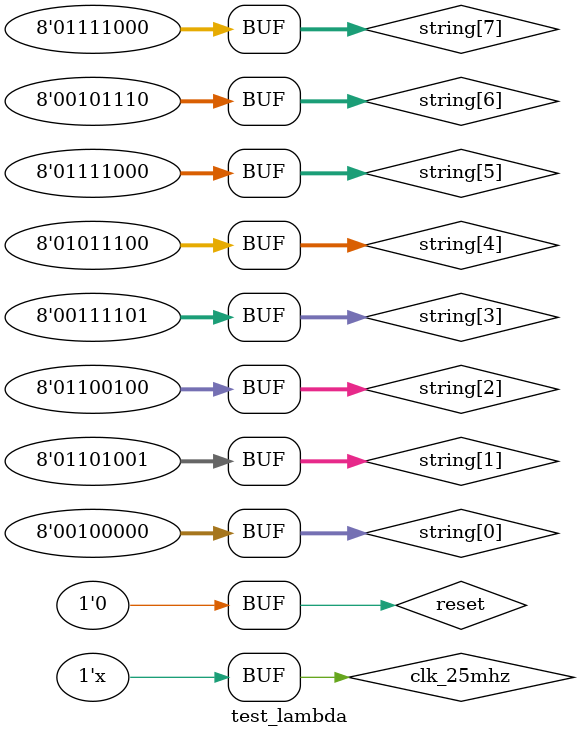
<source format=v>
`timescale 1ns / 1ps


module test_lambda;

	// Inputs
	reg clk_25mhz;
	reg reset;
	reg [7:0] data_in;

	// Outputs
	wire [7:0] data_out;

	// Instantiate the Unit Under Test (UUT)
	model_lambda_calculus uut (
		.clk_25mhz(clk_25mhz), 
		.reset(reset), 
		.data_in(data_in), 
		.data_out(data_out)
	);

	initial begin
		// Initialize Inputs
		clk_25mhz = 0;
		reset = 1;

		// Wait 100 ns for global reset to finish
		#100;
        
		// Add stimulus here
		reset = 0;
	end
      
	always begin
		clk_25mhz<=~clk_25mhz;
		#50;
	end
	
	reg [7:0] counter;
    initial begin
        counter <= 8'b0;
    end

    // let str="    (\\xxx.xxx) yyy" in sequence_ $ map putStr $ ["parameter max_size = ",(show (length str)),";\nwire [7:0] string [0:max_size-1];\n/*",str,"*/\n"] ++ ([("assign string[" ++ show (fst t) ++ "] = " ++ "8'd" ++ show (ord (snd t)) ++ ";\n") | t<-zip [0..] str])
	parameter max_size = 8;
	wire [7:0] string [0:max_size-1];
	/* id=\x.x*/
	assign string[0] = 8'd32;
	assign string[1] = 8'd105;
	assign string[2] = 8'd100;
	assign string[3] = 8'd61;
	assign string[4] = 8'd92;
	assign string[5] = 8'd120;
	assign string[6] = 8'd46;
	assign string[7] = 8'd120;

    always @(posedge clk_25mhz or posedge reset) begin
        if(reset) begin
            counter <= 8'b0;
        end else begin
			if(counter<max_size) begin
				data_in<=string[counter];
				counter<=counter+1;
			end else begin
				data_in<=0;
			end
        end
    end 
endmodule


</source>
